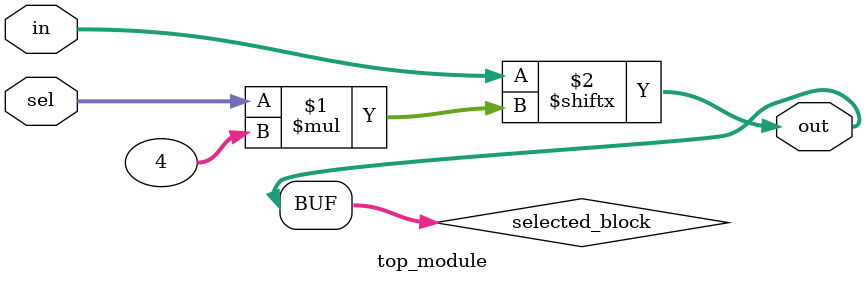
<source format=sv>
module top_module (
    input [1023:0] in,
    input [7:0] sel,
    output [3:0] out
);

    wire [3:0] selected_block;
    
    // Calculate the starting index of the 4-bit block in the input vector
    assign selected_block = in[((sel * 4) + 3) : (sel * 4)];
    
    // Assign the selected 4-bit block to the output
    assign out = selected_block;

endmodule

</source>
